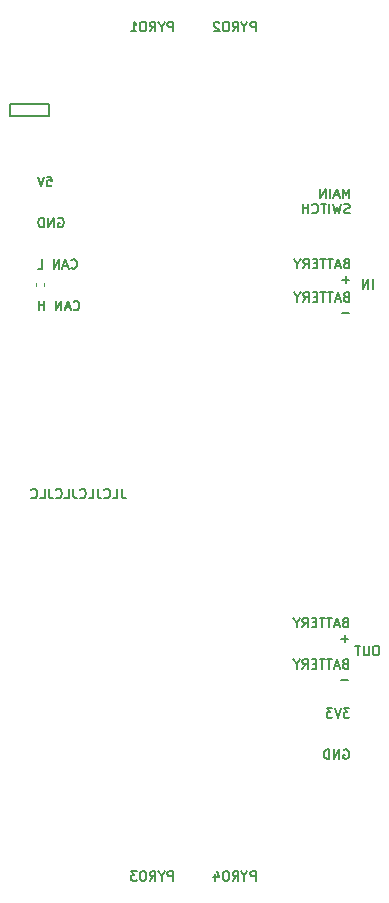
<source format=gbr>
%TF.GenerationSoftware,KiCad,Pcbnew,(5.99.0-7167-g34dbce6bce)*%
%TF.CreationDate,2021-01-04T09:35:53+03:00*%
%TF.ProjectId,ANV,414e562e-6b69-4636-9164-5f7063625858,rev?*%
%TF.SameCoordinates,Original*%
%TF.FileFunction,Legend,Bot*%
%TF.FilePolarity,Positive*%
%FSLAX46Y46*%
G04 Gerber Fmt 4.6, Leading zero omitted, Abs format (unit mm)*
G04 Created by KiCad (PCBNEW (5.99.0-7167-g34dbce6bce)) date 2021-01-04 09:35:53*
%MOMM*%
%LPD*%
G01*
G04 APERTURE LIST*
%ADD10C,0.200000*%
%ADD11C,0.160000*%
%ADD12C,0.120000*%
G04 APERTURE END LIST*
D10*
X22000000Y-23500000D02*
X22000000Y-24500000D01*
X22000000Y-24500000D02*
X18750000Y-24500000D01*
X18750000Y-24500000D02*
X18750000Y-23500000D01*
X22000000Y-23500000D02*
X18750000Y-23500000D01*
D11*
X47087905Y-67348857D02*
X46973619Y-67386952D01*
X46935524Y-67425047D01*
X46897428Y-67501238D01*
X46897428Y-67615523D01*
X46935524Y-67691714D01*
X46973619Y-67729809D01*
X47049809Y-67767904D01*
X47354571Y-67767904D01*
X47354571Y-66967904D01*
X47087905Y-66967904D01*
X47011714Y-67006000D01*
X46973619Y-67044095D01*
X46935524Y-67120285D01*
X46935524Y-67196476D01*
X46973619Y-67272666D01*
X47011714Y-67310761D01*
X47087905Y-67348857D01*
X47354571Y-67348857D01*
X46592667Y-67539333D02*
X46211714Y-67539333D01*
X46668857Y-67767904D02*
X46402190Y-66967904D01*
X46135524Y-67767904D01*
X45983143Y-66967904D02*
X45526000Y-66967904D01*
X45754571Y-67767904D02*
X45754571Y-66967904D01*
X45373619Y-66967904D02*
X44916476Y-66967904D01*
X45145048Y-67767904D02*
X45145048Y-66967904D01*
X44649809Y-67348857D02*
X44383143Y-67348857D01*
X44268857Y-67767904D02*
X44649809Y-67767904D01*
X44649809Y-66967904D01*
X44268857Y-66967904D01*
X43468857Y-67767904D02*
X43735524Y-67386952D01*
X43926000Y-67767904D02*
X43926000Y-66967904D01*
X43621238Y-66967904D01*
X43545048Y-67006000D01*
X43506952Y-67044095D01*
X43468857Y-67120285D01*
X43468857Y-67234571D01*
X43506952Y-67310761D01*
X43545048Y-67348857D01*
X43621238Y-67386952D01*
X43926000Y-67386952D01*
X42973619Y-67386952D02*
X42973619Y-67767904D01*
X43240286Y-66967904D02*
X42973619Y-67386952D01*
X42706952Y-66967904D01*
X47354571Y-68751142D02*
X46745048Y-68751142D01*
X47049809Y-69055904D02*
X47049809Y-68446380D01*
X39502380Y-17311904D02*
X39502380Y-16511904D01*
X39197619Y-16511904D01*
X39121428Y-16550000D01*
X39083333Y-16588095D01*
X39045238Y-16664285D01*
X39045238Y-16778571D01*
X39083333Y-16854761D01*
X39121428Y-16892857D01*
X39197619Y-16930952D01*
X39502380Y-16930952D01*
X38550000Y-16930952D02*
X38550000Y-17311904D01*
X38816666Y-16511904D02*
X38550000Y-16930952D01*
X38283333Y-16511904D01*
X37559523Y-17311904D02*
X37826190Y-16930952D01*
X38016666Y-17311904D02*
X38016666Y-16511904D01*
X37711904Y-16511904D01*
X37635714Y-16550000D01*
X37597619Y-16588095D01*
X37559523Y-16664285D01*
X37559523Y-16778571D01*
X37597619Y-16854761D01*
X37635714Y-16892857D01*
X37711904Y-16930952D01*
X38016666Y-16930952D01*
X37064285Y-16511904D02*
X36911904Y-16511904D01*
X36835714Y-16550000D01*
X36759523Y-16626190D01*
X36721428Y-16778571D01*
X36721428Y-17045238D01*
X36759523Y-17197619D01*
X36835714Y-17273809D01*
X36911904Y-17311904D01*
X37064285Y-17311904D01*
X37140476Y-17273809D01*
X37216666Y-17197619D01*
X37254761Y-17045238D01*
X37254761Y-16778571D01*
X37216666Y-16626190D01*
X37140476Y-16550000D01*
X37064285Y-16511904D01*
X36416666Y-16588095D02*
X36378571Y-16550000D01*
X36302380Y-16511904D01*
X36111904Y-16511904D01*
X36035714Y-16550000D01*
X35997619Y-16588095D01*
X35959523Y-16664285D01*
X35959523Y-16740476D01*
X35997619Y-16854761D01*
X36454761Y-17311904D01*
X35959523Y-17311904D01*
X46959523Y-78150000D02*
X47035714Y-78111904D01*
X47150000Y-78111904D01*
X47264285Y-78150000D01*
X47340476Y-78226190D01*
X47378571Y-78302380D01*
X47416666Y-78454761D01*
X47416666Y-78569047D01*
X47378571Y-78721428D01*
X47340476Y-78797619D01*
X47264285Y-78873809D01*
X47150000Y-78911904D01*
X47073809Y-78911904D01*
X46959523Y-78873809D01*
X46921428Y-78835714D01*
X46921428Y-78569047D01*
X47073809Y-78569047D01*
X46578571Y-78911904D02*
X46578571Y-78111904D01*
X46121428Y-78911904D01*
X46121428Y-78111904D01*
X45740476Y-78911904D02*
X45740476Y-78111904D01*
X45550000Y-78111904D01*
X45435714Y-78150000D01*
X45359523Y-78226190D01*
X45321428Y-78302380D01*
X45283333Y-78454761D01*
X45283333Y-78569047D01*
X45321428Y-78721428D01*
X45359523Y-78797619D01*
X45435714Y-78873809D01*
X45550000Y-78911904D01*
X45740476Y-78911904D01*
X47164095Y-36948857D02*
X47049809Y-36986952D01*
X47011714Y-37025047D01*
X46973618Y-37101238D01*
X46973618Y-37215523D01*
X47011714Y-37291714D01*
X47049809Y-37329809D01*
X47125999Y-37367904D01*
X47430761Y-37367904D01*
X47430761Y-36567904D01*
X47164095Y-36567904D01*
X47087904Y-36606000D01*
X47049809Y-36644095D01*
X47011714Y-36720285D01*
X47011714Y-36796476D01*
X47049809Y-36872666D01*
X47087904Y-36910761D01*
X47164095Y-36948857D01*
X47430761Y-36948857D01*
X46668857Y-37139333D02*
X46287904Y-37139333D01*
X46745047Y-37367904D02*
X46478380Y-36567904D01*
X46211714Y-37367904D01*
X46059333Y-36567904D02*
X45602190Y-36567904D01*
X45830761Y-37367904D02*
X45830761Y-36567904D01*
X45449809Y-36567904D02*
X44992666Y-36567904D01*
X45221238Y-37367904D02*
X45221238Y-36567904D01*
X44725999Y-36948857D02*
X44459333Y-36948857D01*
X44345047Y-37367904D02*
X44725999Y-37367904D01*
X44725999Y-36567904D01*
X44345047Y-36567904D01*
X43545047Y-37367904D02*
X43811714Y-36986952D01*
X44002190Y-37367904D02*
X44002190Y-36567904D01*
X43697428Y-36567904D01*
X43621238Y-36606000D01*
X43583142Y-36644095D01*
X43545047Y-36720285D01*
X43545047Y-36834571D01*
X43583142Y-36910761D01*
X43621238Y-36948857D01*
X43697428Y-36986952D01*
X44002190Y-36986952D01*
X43049809Y-36986952D02*
X43049809Y-37367904D01*
X43316476Y-36567904D02*
X43049809Y-36986952D01*
X42783142Y-36567904D01*
X47430761Y-38351142D02*
X46821238Y-38351142D01*
X47125999Y-38655904D02*
X47125999Y-38046380D01*
X47430761Y-31439904D02*
X47430761Y-30639904D01*
X47164095Y-31211333D01*
X46897428Y-30639904D01*
X46897428Y-31439904D01*
X46554571Y-31211333D02*
X46173618Y-31211333D01*
X46630761Y-31439904D02*
X46364095Y-30639904D01*
X46097428Y-31439904D01*
X45830761Y-31439904D02*
X45830761Y-30639904D01*
X45449809Y-31439904D02*
X45449809Y-30639904D01*
X44992666Y-31439904D01*
X44992666Y-30639904D01*
X47468857Y-32689809D02*
X47354571Y-32727904D01*
X47164095Y-32727904D01*
X47087904Y-32689809D01*
X47049809Y-32651714D01*
X47011714Y-32575523D01*
X47011714Y-32499333D01*
X47049809Y-32423142D01*
X47087904Y-32385047D01*
X47164095Y-32346952D01*
X47316476Y-32308857D01*
X47392666Y-32270761D01*
X47430761Y-32232666D01*
X47468857Y-32156476D01*
X47468857Y-32080285D01*
X47430761Y-32004095D01*
X47392666Y-31966000D01*
X47316476Y-31927904D01*
X47125999Y-31927904D01*
X47011714Y-31966000D01*
X46745047Y-31927904D02*
X46554571Y-32727904D01*
X46402190Y-32156476D01*
X46249809Y-32727904D01*
X46059333Y-31927904D01*
X45754571Y-32727904D02*
X45754571Y-31927904D01*
X45487904Y-31927904D02*
X45030761Y-31927904D01*
X45259333Y-32727904D02*
X45259333Y-31927904D01*
X44306952Y-32651714D02*
X44345047Y-32689809D01*
X44459333Y-32727904D01*
X44535523Y-32727904D01*
X44649809Y-32689809D01*
X44725999Y-32613619D01*
X44764095Y-32537428D01*
X44802190Y-32385047D01*
X44802190Y-32270761D01*
X44764095Y-32118380D01*
X44725999Y-32042190D01*
X44649809Y-31966000D01*
X44535523Y-31927904D01*
X44459333Y-31927904D01*
X44345047Y-31966000D01*
X44306952Y-32004095D01*
X43964095Y-32727904D02*
X43964095Y-31927904D01*
X43964095Y-32308857D02*
X43506952Y-32308857D01*
X43506952Y-32727904D02*
X43506952Y-31927904D01*
X32502380Y-89211904D02*
X32502380Y-88411904D01*
X32197619Y-88411904D01*
X32121428Y-88450000D01*
X32083333Y-88488095D01*
X32045238Y-88564285D01*
X32045238Y-88678571D01*
X32083333Y-88754761D01*
X32121428Y-88792857D01*
X32197619Y-88830952D01*
X32502380Y-88830952D01*
X31550000Y-88830952D02*
X31550000Y-89211904D01*
X31816666Y-88411904D02*
X31550000Y-88830952D01*
X31283333Y-88411904D01*
X30559523Y-89211904D02*
X30826190Y-88830952D01*
X31016666Y-89211904D02*
X31016666Y-88411904D01*
X30711904Y-88411904D01*
X30635714Y-88450000D01*
X30597619Y-88488095D01*
X30559523Y-88564285D01*
X30559523Y-88678571D01*
X30597619Y-88754761D01*
X30635714Y-88792857D01*
X30711904Y-88830952D01*
X31016666Y-88830952D01*
X30064285Y-88411904D02*
X29911904Y-88411904D01*
X29835714Y-88450000D01*
X29759523Y-88526190D01*
X29721428Y-88678571D01*
X29721428Y-88945238D01*
X29759523Y-89097619D01*
X29835714Y-89173809D01*
X29911904Y-89211904D01*
X30064285Y-89211904D01*
X30140476Y-89173809D01*
X30216666Y-89097619D01*
X30254761Y-88945238D01*
X30254761Y-88678571D01*
X30216666Y-88526190D01*
X30140476Y-88450000D01*
X30064285Y-88411904D01*
X29454761Y-88411904D02*
X28959523Y-88411904D01*
X29226190Y-88716666D01*
X29111904Y-88716666D01*
X29035714Y-88754761D01*
X28997619Y-88792857D01*
X28959523Y-88869047D01*
X28959523Y-89059523D01*
X28997619Y-89135714D01*
X29035714Y-89173809D01*
X29111904Y-89211904D01*
X29340476Y-89211904D01*
X29416666Y-89173809D01*
X29454761Y-89135714D01*
X49790000Y-69351904D02*
X49637619Y-69351904D01*
X49561428Y-69390000D01*
X49485238Y-69466190D01*
X49447142Y-69618571D01*
X49447142Y-69885238D01*
X49485238Y-70037619D01*
X49561428Y-70113809D01*
X49637619Y-70151904D01*
X49790000Y-70151904D01*
X49866190Y-70113809D01*
X49942380Y-70037619D01*
X49980476Y-69885238D01*
X49980476Y-69618571D01*
X49942380Y-69466190D01*
X49866190Y-69390000D01*
X49790000Y-69351904D01*
X49104285Y-69351904D02*
X49104285Y-69999523D01*
X49066190Y-70075714D01*
X49028095Y-70113809D01*
X48951904Y-70151904D01*
X48799523Y-70151904D01*
X48723333Y-70113809D01*
X48685238Y-70075714D01*
X48647142Y-69999523D01*
X48647142Y-69351904D01*
X48380476Y-69351904D02*
X47923333Y-69351904D01*
X48151904Y-70151904D02*
X48151904Y-69351904D01*
X23897619Y-37335714D02*
X23935714Y-37373809D01*
X24050000Y-37411904D01*
X24126190Y-37411904D01*
X24240476Y-37373809D01*
X24316666Y-37297619D01*
X24354762Y-37221428D01*
X24392857Y-37069047D01*
X24392857Y-36954761D01*
X24354762Y-36802380D01*
X24316666Y-36726190D01*
X24240476Y-36650000D01*
X24126190Y-36611904D01*
X24050000Y-36611904D01*
X23935714Y-36650000D01*
X23897619Y-36688095D01*
X23592857Y-37183333D02*
X23211904Y-37183333D01*
X23669047Y-37411904D02*
X23402381Y-36611904D01*
X23135714Y-37411904D01*
X22869047Y-37411904D02*
X22869047Y-36611904D01*
X22411904Y-37411904D01*
X22411904Y-36611904D01*
X21040476Y-37411904D02*
X21421428Y-37411904D01*
X21421428Y-36611904D01*
X49409047Y-39121904D02*
X49409047Y-38321904D01*
X49028095Y-39121904D02*
X49028095Y-38321904D01*
X48570952Y-39121904D01*
X48570952Y-38321904D01*
X47087905Y-70848857D02*
X46973619Y-70886952D01*
X46935524Y-70925047D01*
X46897428Y-71001238D01*
X46897428Y-71115523D01*
X46935524Y-71191714D01*
X46973619Y-71229809D01*
X47049809Y-71267904D01*
X47354571Y-71267904D01*
X47354571Y-70467904D01*
X47087905Y-70467904D01*
X47011714Y-70506000D01*
X46973619Y-70544095D01*
X46935524Y-70620285D01*
X46935524Y-70696476D01*
X46973619Y-70772666D01*
X47011714Y-70810761D01*
X47087905Y-70848857D01*
X47354571Y-70848857D01*
X46592667Y-71039333D02*
X46211714Y-71039333D01*
X46668857Y-71267904D02*
X46402190Y-70467904D01*
X46135524Y-71267904D01*
X45983143Y-70467904D02*
X45526000Y-70467904D01*
X45754571Y-71267904D02*
X45754571Y-70467904D01*
X45373619Y-70467904D02*
X44916476Y-70467904D01*
X45145048Y-71267904D02*
X45145048Y-70467904D01*
X44649809Y-70848857D02*
X44383143Y-70848857D01*
X44268857Y-71267904D02*
X44649809Y-71267904D01*
X44649809Y-70467904D01*
X44268857Y-70467904D01*
X43468857Y-71267904D02*
X43735524Y-70886952D01*
X43926000Y-71267904D02*
X43926000Y-70467904D01*
X43621238Y-70467904D01*
X43545048Y-70506000D01*
X43506952Y-70544095D01*
X43468857Y-70620285D01*
X43468857Y-70734571D01*
X43506952Y-70810761D01*
X43545048Y-70848857D01*
X43621238Y-70886952D01*
X43926000Y-70886952D01*
X42973619Y-70886952D02*
X42973619Y-71267904D01*
X43240286Y-70467904D02*
X42973619Y-70886952D01*
X42706952Y-70467904D01*
X47354571Y-72251142D02*
X46745048Y-72251142D01*
X21840475Y-29611904D02*
X22221428Y-29611904D01*
X22259523Y-29992857D01*
X22221428Y-29954761D01*
X22145237Y-29916666D01*
X21954761Y-29916666D01*
X21878571Y-29954761D01*
X21840475Y-29992857D01*
X21802380Y-30069047D01*
X21802380Y-30259523D01*
X21840475Y-30335714D01*
X21878571Y-30373809D01*
X21954761Y-30411904D01*
X22145237Y-30411904D01*
X22221428Y-30373809D01*
X22259523Y-30335714D01*
X21573809Y-29611904D02*
X21307142Y-30411904D01*
X21040475Y-29611904D01*
X47164095Y-39770857D02*
X47049809Y-39808952D01*
X47011714Y-39847047D01*
X46973618Y-39923238D01*
X46973618Y-40037523D01*
X47011714Y-40113714D01*
X47049809Y-40151809D01*
X47125999Y-40189904D01*
X47430761Y-40189904D01*
X47430761Y-39389904D01*
X47164095Y-39389904D01*
X47087904Y-39428000D01*
X47049809Y-39466095D01*
X47011714Y-39542285D01*
X47011714Y-39618476D01*
X47049809Y-39694666D01*
X47087904Y-39732761D01*
X47164095Y-39770857D01*
X47430761Y-39770857D01*
X46668857Y-39961333D02*
X46287904Y-39961333D01*
X46745047Y-40189904D02*
X46478380Y-39389904D01*
X46211714Y-40189904D01*
X46059333Y-39389904D02*
X45602190Y-39389904D01*
X45830761Y-40189904D02*
X45830761Y-39389904D01*
X45449809Y-39389904D02*
X44992666Y-39389904D01*
X45221238Y-40189904D02*
X45221238Y-39389904D01*
X44725999Y-39770857D02*
X44459333Y-39770857D01*
X44345047Y-40189904D02*
X44725999Y-40189904D01*
X44725999Y-39389904D01*
X44345047Y-39389904D01*
X43545047Y-40189904D02*
X43811714Y-39808952D01*
X44002190Y-40189904D02*
X44002190Y-39389904D01*
X43697428Y-39389904D01*
X43621238Y-39428000D01*
X43583142Y-39466095D01*
X43545047Y-39542285D01*
X43545047Y-39656571D01*
X43583142Y-39732761D01*
X43621238Y-39770857D01*
X43697428Y-39808952D01*
X44002190Y-39808952D01*
X43049809Y-39808952D02*
X43049809Y-40189904D01*
X43316476Y-39389904D02*
X43049809Y-39808952D01*
X42783142Y-39389904D01*
X47430761Y-41173142D02*
X46821238Y-41173142D01*
X28185238Y-56061904D02*
X28185238Y-56633333D01*
X28223333Y-56747619D01*
X28299523Y-56823809D01*
X28413809Y-56861904D01*
X28490000Y-56861904D01*
X27423333Y-56861904D02*
X27804285Y-56861904D01*
X27804285Y-56061904D01*
X26699523Y-56785714D02*
X26737619Y-56823809D01*
X26851904Y-56861904D01*
X26928095Y-56861904D01*
X27042380Y-56823809D01*
X27118571Y-56747619D01*
X27156666Y-56671428D01*
X27194761Y-56519047D01*
X27194761Y-56404761D01*
X27156666Y-56252380D01*
X27118571Y-56176190D01*
X27042380Y-56100000D01*
X26928095Y-56061904D01*
X26851904Y-56061904D01*
X26737619Y-56100000D01*
X26699523Y-56138095D01*
X26128095Y-56061904D02*
X26128095Y-56633333D01*
X26166190Y-56747619D01*
X26242380Y-56823809D01*
X26356666Y-56861904D01*
X26432857Y-56861904D01*
X25366190Y-56861904D02*
X25747142Y-56861904D01*
X25747142Y-56061904D01*
X24642380Y-56785714D02*
X24680476Y-56823809D01*
X24794761Y-56861904D01*
X24870952Y-56861904D01*
X24985238Y-56823809D01*
X25061428Y-56747619D01*
X25099523Y-56671428D01*
X25137619Y-56519047D01*
X25137619Y-56404761D01*
X25099523Y-56252380D01*
X25061428Y-56176190D01*
X24985238Y-56100000D01*
X24870952Y-56061904D01*
X24794761Y-56061904D01*
X24680476Y-56100000D01*
X24642380Y-56138095D01*
X24070952Y-56061904D02*
X24070952Y-56633333D01*
X24109047Y-56747619D01*
X24185238Y-56823809D01*
X24299523Y-56861904D01*
X24375714Y-56861904D01*
X23309047Y-56861904D02*
X23690000Y-56861904D01*
X23690000Y-56061904D01*
X22585238Y-56785714D02*
X22623333Y-56823809D01*
X22737619Y-56861904D01*
X22813809Y-56861904D01*
X22928095Y-56823809D01*
X23004285Y-56747619D01*
X23042380Y-56671428D01*
X23080476Y-56519047D01*
X23080476Y-56404761D01*
X23042380Y-56252380D01*
X23004285Y-56176190D01*
X22928095Y-56100000D01*
X22813809Y-56061904D01*
X22737619Y-56061904D01*
X22623333Y-56100000D01*
X22585238Y-56138095D01*
X22013809Y-56061904D02*
X22013809Y-56633333D01*
X22051904Y-56747619D01*
X22128095Y-56823809D01*
X22242380Y-56861904D01*
X22318571Y-56861904D01*
X21251904Y-56861904D02*
X21632857Y-56861904D01*
X21632857Y-56061904D01*
X20528095Y-56785714D02*
X20566190Y-56823809D01*
X20680476Y-56861904D01*
X20756666Y-56861904D01*
X20870952Y-56823809D01*
X20947142Y-56747619D01*
X20985238Y-56671428D01*
X21023333Y-56519047D01*
X21023333Y-56404761D01*
X20985238Y-56252380D01*
X20947142Y-56176190D01*
X20870952Y-56100000D01*
X20756666Y-56061904D01*
X20680476Y-56061904D01*
X20566190Y-56100000D01*
X20528095Y-56138095D01*
X39502380Y-89211904D02*
X39502380Y-88411904D01*
X39197619Y-88411904D01*
X39121428Y-88450000D01*
X39083333Y-88488095D01*
X39045238Y-88564285D01*
X39045238Y-88678571D01*
X39083333Y-88754761D01*
X39121428Y-88792857D01*
X39197619Y-88830952D01*
X39502380Y-88830952D01*
X38550000Y-88830952D02*
X38550000Y-89211904D01*
X38816666Y-88411904D02*
X38550000Y-88830952D01*
X38283333Y-88411904D01*
X37559523Y-89211904D02*
X37826190Y-88830952D01*
X38016666Y-89211904D02*
X38016666Y-88411904D01*
X37711904Y-88411904D01*
X37635714Y-88450000D01*
X37597619Y-88488095D01*
X37559523Y-88564285D01*
X37559523Y-88678571D01*
X37597619Y-88754761D01*
X37635714Y-88792857D01*
X37711904Y-88830952D01*
X38016666Y-88830952D01*
X37064285Y-88411904D02*
X36911904Y-88411904D01*
X36835714Y-88450000D01*
X36759523Y-88526190D01*
X36721428Y-88678571D01*
X36721428Y-88945238D01*
X36759523Y-89097619D01*
X36835714Y-89173809D01*
X36911904Y-89211904D01*
X37064285Y-89211904D01*
X37140476Y-89173809D01*
X37216666Y-89097619D01*
X37254761Y-88945238D01*
X37254761Y-88678571D01*
X37216666Y-88526190D01*
X37140476Y-88450000D01*
X37064285Y-88411904D01*
X36035714Y-88678571D02*
X36035714Y-89211904D01*
X36226190Y-88373809D02*
X36416666Y-88945238D01*
X35921428Y-88945238D01*
X22792856Y-33150000D02*
X22869047Y-33111904D01*
X22983333Y-33111904D01*
X23097618Y-33150000D01*
X23173809Y-33226190D01*
X23211904Y-33302380D01*
X23249999Y-33454761D01*
X23249999Y-33569047D01*
X23211904Y-33721428D01*
X23173809Y-33797619D01*
X23097618Y-33873809D01*
X22983333Y-33911904D01*
X22907142Y-33911904D01*
X22792856Y-33873809D01*
X22754761Y-33835714D01*
X22754761Y-33569047D01*
X22907142Y-33569047D01*
X22411904Y-33911904D02*
X22411904Y-33111904D01*
X21954761Y-33911904D01*
X21954761Y-33111904D01*
X21573809Y-33911904D02*
X21573809Y-33111904D01*
X21383333Y-33111904D01*
X21269047Y-33150000D01*
X21192856Y-33226190D01*
X21154761Y-33302380D01*
X21116666Y-33454761D01*
X21116666Y-33569047D01*
X21154761Y-33721428D01*
X21192856Y-33797619D01*
X21269047Y-33873809D01*
X21383333Y-33911904D01*
X21573809Y-33911904D01*
X24088095Y-40835714D02*
X24126190Y-40873809D01*
X24240476Y-40911904D01*
X24316666Y-40911904D01*
X24430952Y-40873809D01*
X24507142Y-40797619D01*
X24545238Y-40721428D01*
X24583333Y-40569047D01*
X24583333Y-40454761D01*
X24545238Y-40302380D01*
X24507142Y-40226190D01*
X24430952Y-40150000D01*
X24316666Y-40111904D01*
X24240476Y-40111904D01*
X24126190Y-40150000D01*
X24088095Y-40188095D01*
X23783333Y-40683333D02*
X23402380Y-40683333D01*
X23859523Y-40911904D02*
X23592857Y-40111904D01*
X23326190Y-40911904D01*
X23059523Y-40911904D02*
X23059523Y-40111904D01*
X22602380Y-40911904D01*
X22602380Y-40111904D01*
X21611904Y-40911904D02*
X21611904Y-40111904D01*
X21611904Y-40492857D02*
X21154761Y-40492857D01*
X21154761Y-40911904D02*
X21154761Y-40111904D01*
X47454762Y-74611904D02*
X46959524Y-74611904D01*
X47226190Y-74916666D01*
X47111905Y-74916666D01*
X47035714Y-74954761D01*
X46997619Y-74992857D01*
X46959524Y-75069047D01*
X46959524Y-75259523D01*
X46997619Y-75335714D01*
X47035714Y-75373809D01*
X47111905Y-75411904D01*
X47340476Y-75411904D01*
X47416666Y-75373809D01*
X47454762Y-75335714D01*
X46730952Y-74611904D02*
X46464286Y-75411904D01*
X46197619Y-74611904D01*
X46007143Y-74611904D02*
X45511905Y-74611904D01*
X45778571Y-74916666D01*
X45664286Y-74916666D01*
X45588095Y-74954761D01*
X45550000Y-74992857D01*
X45511905Y-75069047D01*
X45511905Y-75259523D01*
X45550000Y-75335714D01*
X45588095Y-75373809D01*
X45664286Y-75411904D01*
X45892857Y-75411904D01*
X45969047Y-75373809D01*
X46007143Y-75335714D01*
X32502380Y-17311904D02*
X32502380Y-16511904D01*
X32197619Y-16511904D01*
X32121428Y-16550000D01*
X32083333Y-16588095D01*
X32045238Y-16664285D01*
X32045238Y-16778571D01*
X32083333Y-16854761D01*
X32121428Y-16892857D01*
X32197619Y-16930952D01*
X32502380Y-16930952D01*
X31550000Y-16930952D02*
X31550000Y-17311904D01*
X31816666Y-16511904D02*
X31550000Y-16930952D01*
X31283333Y-16511904D01*
X30559523Y-17311904D02*
X30826190Y-16930952D01*
X31016666Y-17311904D02*
X31016666Y-16511904D01*
X30711904Y-16511904D01*
X30635714Y-16550000D01*
X30597619Y-16588095D01*
X30559523Y-16664285D01*
X30559523Y-16778571D01*
X30597619Y-16854761D01*
X30635714Y-16892857D01*
X30711904Y-16930952D01*
X31016666Y-16930952D01*
X30064285Y-16511904D02*
X29911904Y-16511904D01*
X29835714Y-16550000D01*
X29759523Y-16626190D01*
X29721428Y-16778571D01*
X29721428Y-17045238D01*
X29759523Y-17197619D01*
X29835714Y-17273809D01*
X29911904Y-17311904D01*
X30064285Y-17311904D01*
X30140476Y-17273809D01*
X30216666Y-17197619D01*
X30254761Y-17045238D01*
X30254761Y-16778571D01*
X30216666Y-16626190D01*
X30140476Y-16550000D01*
X30064285Y-16511904D01*
X28959523Y-17311904D02*
X29416666Y-17311904D01*
X29188095Y-17311904D02*
X29188095Y-16511904D01*
X29264285Y-16626190D01*
X29340476Y-16702380D01*
X29416666Y-16740476D01*
D12*
%TO.C,R44*%
X20870000Y-38903641D02*
X20870000Y-38596359D01*
X21630000Y-38903641D02*
X21630000Y-38596359D01*
%TD*%
M02*

</source>
